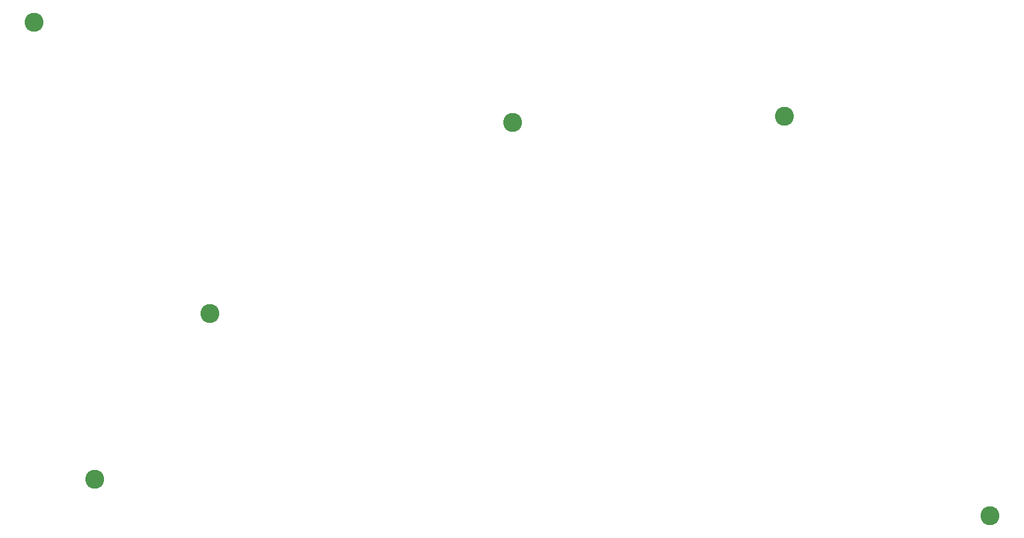
<source format=gbr>
G04 #@! TF.GenerationSoftware,KiCad,Pcbnew,5.99.0-unknown-4920692bcd~125~ubuntu20.04.1*
G04 #@! TF.CreationDate,2021-04-21T16:01:25+01:00*
G04 #@! TF.ProjectId,bottom,626f7474-6f6d-42e6-9b69-6361645f7063,rev?*
G04 #@! TF.SameCoordinates,Original*
G04 #@! TF.FileFunction,Soldermask,Bot*
G04 #@! TF.FilePolarity,Negative*
%FSLAX46Y46*%
G04 Gerber Fmt 4.6, Leading zero omitted, Abs format (unit mm)*
G04 Created by KiCad (PCBNEW 5.99.0-unknown-4920692bcd~125~ubuntu20.04.1) date 2021-04-21 16:01:25*
%MOMM*%
%LPD*%
G01*
G04 APERTURE LIST*
%ADD10C,2.602000*%
G04 APERTURE END LIST*
D10*
X196444000Y-78486000D03*
X117831000Y-105537000D03*
X102083000Y-128194000D03*
X224561000Y-133198000D03*
X159258000Y-79349600D03*
X93776600Y-65608200D03*
M02*

</source>
